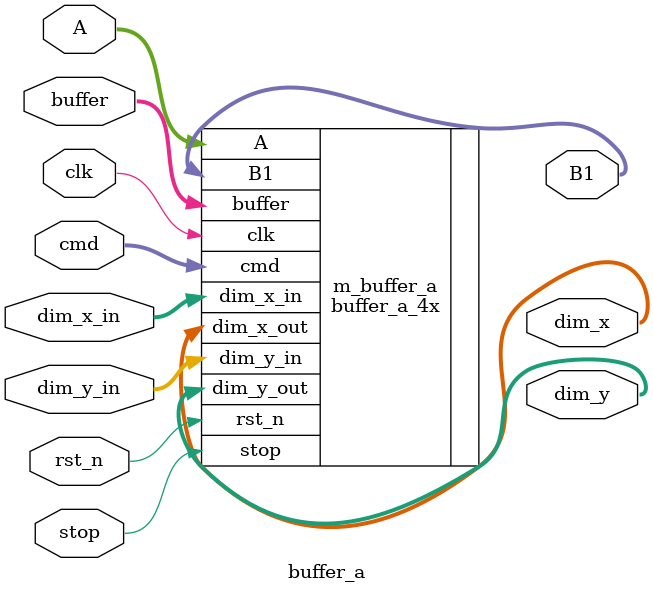
<source format=v>

module buffer_a #(parameter VAR_SIZE = 8, parameter MMU_SIZE = 10)
(
  output wire signed [(VAR_SIZE*MMU_SIZE-1):0] B1,
  input wire signed [(VAR_SIZE-1):0] A,
  input wire clk,
  input wire rst_n,
  input wire stop,
  input wire [1:0] cmd,
  input wire [4:0] buffer,
  input wire [7:0] dim_x_in,
  input wire [7:0] dim_y_in,
  output wire [7:0] dim_x,
  output wire [7:0] dim_y
  );
  
  buffer_a_4x #(.VAR_SIZE(VAR_SIZE), .MMU_SIZE(MMU_SIZE)) m_buffer_a
  (
    .B1(B1),
    .A(A),
    .clk(clk),
    .rst_n(rst_n),
    .stop(stop),
    .cmd(cmd),
    .buffer(buffer),
    .dim_x_in(dim_x_in),
    .dim_y_in(dim_y_in),
    .dim_x_out(dim_x),
    .dim_y_out(dim_y)
    );
  
endmodule

</source>
